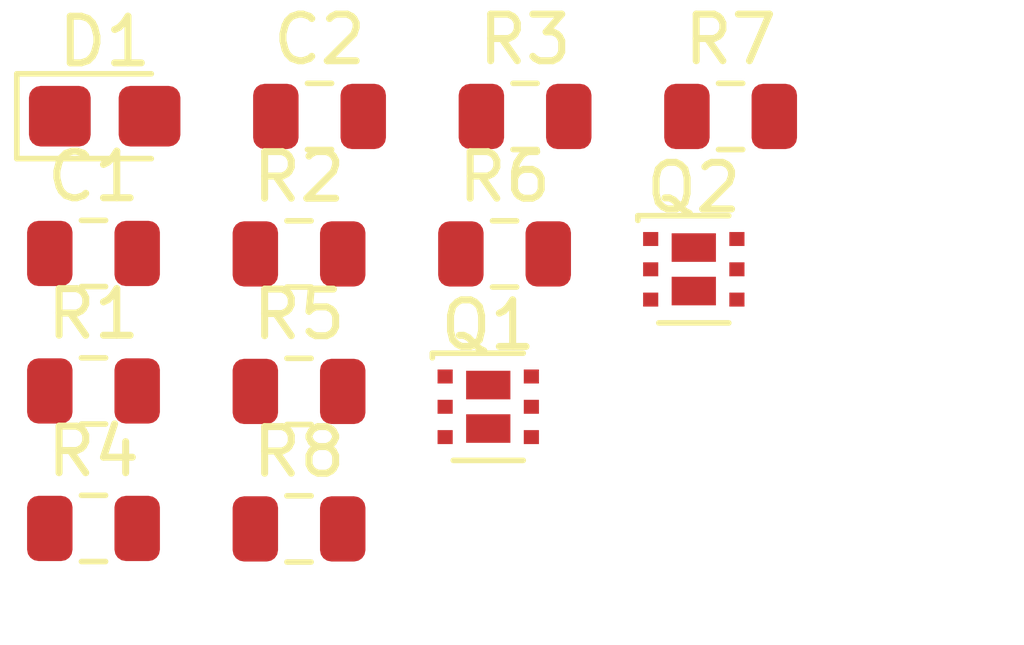
<source format=kicad_pcb>
(kicad_pcb (version 20171130) (host pcbnew "(5.1.4-0-10_14)")

  (general
    (thickness 1.6)
    (drawings 0)
    (tracks 0)
    (zones 0)
    (modules 13)
    (nets 12)
  )

  (page A4)
  (layers
    (0 F.Cu signal)
    (31 B.Cu signal)
    (32 B.Adhes user)
    (33 F.Adhes user)
    (34 B.Paste user)
    (35 F.Paste user)
    (36 B.SilkS user)
    (37 F.SilkS user)
    (38 B.Mask user)
    (39 F.Mask user)
    (40 Dwgs.User user)
    (41 Cmts.User user)
    (42 Eco1.User user)
    (43 Eco2.User user)
    (44 Edge.Cuts user)
    (45 Margin user)
    (46 B.CrtYd user)
    (47 F.CrtYd user)
    (48 B.Fab user)
    (49 F.Fab user)
  )

  (setup
    (last_trace_width 0.25)
    (trace_clearance 0.2)
    (zone_clearance 0.508)
    (zone_45_only no)
    (trace_min 0.2)
    (via_size 0.8)
    (via_drill 0.4)
    (via_min_size 0.4)
    (via_min_drill 0.3)
    (uvia_size 0.3)
    (uvia_drill 0.1)
    (uvias_allowed no)
    (uvia_min_size 0.2)
    (uvia_min_drill 0.1)
    (edge_width 0.05)
    (segment_width 0.2)
    (pcb_text_width 0.3)
    (pcb_text_size 1.5 1.5)
    (mod_edge_width 0.12)
    (mod_text_size 1 1)
    (mod_text_width 0.15)
    (pad_size 1.524 1.524)
    (pad_drill 0.762)
    (pad_to_mask_clearance 0.051)
    (solder_mask_min_width 0.25)
    (aux_axis_origin 0 0)
    (visible_elements FFFFFF7F)
    (pcbplotparams
      (layerselection 0x010fc_ffffffff)
      (usegerberextensions false)
      (usegerberattributes false)
      (usegerberadvancedattributes false)
      (creategerberjobfile false)
      (excludeedgelayer true)
      (linewidth 0.100000)
      (plotframeref false)
      (viasonmask false)
      (mode 1)
      (useauxorigin false)
      (hpglpennumber 1)
      (hpglpenspeed 20)
      (hpglpendiameter 15.000000)
      (psnegative false)
      (psa4output false)
      (plotreference true)
      (plotvalue true)
      (plotinvisibletext false)
      (padsonsilk false)
      (subtractmaskfromsilk false)
      (outputformat 1)
      (mirror false)
      (drillshape 1)
      (scaleselection 1)
      (outputdirectory ""))
  )

  (net 0 "")
  (net 1 GND)
  (net 2 "Net-(C1-Pad1)")
  (net 3 Off)
  (net 4 VCC)
  (net 5 "Net-(D1-Pad1)")
  (net 6 "Net-(Q1-Pad6)")
  (net 7 "Net-(Q1-Pad3)")
  (net 8 "Net-(Q1-Pad5)")
  (net 9 "Net-(Q2-Pad6)")
  (net 10 "Net-(Q2-Pad3)")
  (net 11 "Net-(Q2-Pad5)")

  (net_class Default "This is the default net class."
    (clearance 0.2)
    (trace_width 0.25)
    (via_dia 0.8)
    (via_drill 0.4)
    (uvia_dia 0.3)
    (uvia_drill 0.1)
    (add_net GND)
    (add_net "Net-(C1-Pad1)")
    (add_net "Net-(D1-Pad1)")
    (add_net "Net-(Q1-Pad3)")
    (add_net "Net-(Q1-Pad5)")
    (add_net "Net-(Q1-Pad6)")
    (add_net "Net-(Q2-Pad3)")
    (add_net "Net-(Q2-Pad5)")
    (add_net "Net-(Q2-Pad6)")
    (add_net Off)
    (add_net VCC)
  )

  (module Resistor_SMD:R_0805_2012Metric (layer F.Cu) (tedit 5B36C52B) (tstamp 5DD0B2CE)
    (at 78.832 86.936)
    (descr "Resistor SMD 0805 (2012 Metric), square (rectangular) end terminal, IPC_7351 nominal, (Body size source: https://docs.google.com/spreadsheets/d/1BsfQQcO9C6DZCsRaXUlFlo91Tg2WpOkGARC1WS5S8t0/edit?usp=sharing), generated with kicad-footprint-generator")
    (tags resistor)
    (path /5DD27628)
    (attr smd)
    (fp_text reference R8 (at 0 -1.65) (layer F.SilkS)
      (effects (font (size 1 1) (thickness 0.15)))
    )
    (fp_text value 100k (at 0 1.65) (layer F.Fab)
      (effects (font (size 1 1) (thickness 0.15)))
    )
    (fp_text user %R (at 0 0) (layer F.Fab)
      (effects (font (size 0.5 0.5) (thickness 0.08)))
    )
    (fp_line (start 1.68 0.95) (end -1.68 0.95) (layer F.CrtYd) (width 0.05))
    (fp_line (start 1.68 -0.95) (end 1.68 0.95) (layer F.CrtYd) (width 0.05))
    (fp_line (start -1.68 -0.95) (end 1.68 -0.95) (layer F.CrtYd) (width 0.05))
    (fp_line (start -1.68 0.95) (end -1.68 -0.95) (layer F.CrtYd) (width 0.05))
    (fp_line (start -0.258578 0.71) (end 0.258578 0.71) (layer F.SilkS) (width 0.12))
    (fp_line (start -0.258578 -0.71) (end 0.258578 -0.71) (layer F.SilkS) (width 0.12))
    (fp_line (start 1 0.6) (end -1 0.6) (layer F.Fab) (width 0.1))
    (fp_line (start 1 -0.6) (end 1 0.6) (layer F.Fab) (width 0.1))
    (fp_line (start -1 -0.6) (end 1 -0.6) (layer F.Fab) (width 0.1))
    (fp_line (start -1 0.6) (end -1 -0.6) (layer F.Fab) (width 0.1))
    (pad 2 smd roundrect (at 0.9375 0) (size 0.975 1.4) (layers F.Cu F.Paste F.Mask) (roundrect_rratio 0.25)
      (net 9 "Net-(Q2-Pad6)"))
    (pad 1 smd roundrect (at -0.9375 0) (size 0.975 1.4) (layers F.Cu F.Paste F.Mask) (roundrect_rratio 0.25)
      (net 11 "Net-(Q2-Pad5)"))
    (model ${KISYS3DMOD}/Resistor_SMD.3dshapes/R_0805_2012Metric.wrl
      (at (xyz 0 0 0))
      (scale (xyz 1 1 1))
      (rotate (xyz 0 0 0))
    )
  )

  (module Resistor_SMD:R_0805_2012Metric (layer F.Cu) (tedit 5B36C52B) (tstamp 5DD0B2BD)
    (at 88.092 78.086)
    (descr "Resistor SMD 0805 (2012 Metric), square (rectangular) end terminal, IPC_7351 nominal, (Body size source: https://docs.google.com/spreadsheets/d/1BsfQQcO9C6DZCsRaXUlFlo91Tg2WpOkGARC1WS5S8t0/edit?usp=sharing), generated with kicad-footprint-generator")
    (tags resistor)
    (path /5DD260EA)
    (attr smd)
    (fp_text reference R7 (at 0 -1.65) (layer F.SilkS)
      (effects (font (size 1 1) (thickness 0.15)))
    )
    (fp_text value 470 (at 0 1.65) (layer F.Fab)
      (effects (font (size 1 1) (thickness 0.15)))
    )
    (fp_text user %R (at 0 0) (layer F.Fab)
      (effects (font (size 0.5 0.5) (thickness 0.08)))
    )
    (fp_line (start 1.68 0.95) (end -1.68 0.95) (layer F.CrtYd) (width 0.05))
    (fp_line (start 1.68 -0.95) (end 1.68 0.95) (layer F.CrtYd) (width 0.05))
    (fp_line (start -1.68 -0.95) (end 1.68 -0.95) (layer F.CrtYd) (width 0.05))
    (fp_line (start -1.68 0.95) (end -1.68 -0.95) (layer F.CrtYd) (width 0.05))
    (fp_line (start -0.258578 0.71) (end 0.258578 0.71) (layer F.SilkS) (width 0.12))
    (fp_line (start -0.258578 -0.71) (end 0.258578 -0.71) (layer F.SilkS) (width 0.12))
    (fp_line (start 1 0.6) (end -1 0.6) (layer F.Fab) (width 0.1))
    (fp_line (start 1 -0.6) (end 1 0.6) (layer F.Fab) (width 0.1))
    (fp_line (start -1 -0.6) (end 1 -0.6) (layer F.Fab) (width 0.1))
    (fp_line (start -1 0.6) (end -1 -0.6) (layer F.Fab) (width 0.1))
    (pad 2 smd roundrect (at 0.9375 0) (size 0.975 1.4) (layers F.Cu F.Paste F.Mask) (roundrect_rratio 0.25)
      (net 9 "Net-(Q2-Pad6)"))
    (pad 1 smd roundrect (at -0.9375 0) (size 0.975 1.4) (layers F.Cu F.Paste F.Mask) (roundrect_rratio 0.25)
      (net 5 "Net-(D1-Pad1)"))
    (model ${KISYS3DMOD}/Resistor_SMD.3dshapes/R_0805_2012Metric.wrl
      (at (xyz 0 0 0))
      (scale (xyz 1 1 1))
      (rotate (xyz 0 0 0))
    )
  )

  (module Resistor_SMD:R_0805_2012Metric (layer F.Cu) (tedit 5B36C52B) (tstamp 5DD0B2AC)
    (at 83.242 81.036)
    (descr "Resistor SMD 0805 (2012 Metric), square (rectangular) end terminal, IPC_7351 nominal, (Body size source: https://docs.google.com/spreadsheets/d/1BsfQQcO9C6DZCsRaXUlFlo91Tg2WpOkGARC1WS5S8t0/edit?usp=sharing), generated with kicad-footprint-generator")
    (tags resistor)
    (path /5DD239E9)
    (attr smd)
    (fp_text reference R6 (at 0 -1.65) (layer F.SilkS)
      (effects (font (size 1 1) (thickness 0.15)))
    )
    (fp_text value 10k (at 0 1.65) (layer F.Fab)
      (effects (font (size 1 1) (thickness 0.15)))
    )
    (fp_text user %R (at 0 0) (layer F.Fab)
      (effects (font (size 0.5 0.5) (thickness 0.08)))
    )
    (fp_line (start 1.68 0.95) (end -1.68 0.95) (layer F.CrtYd) (width 0.05))
    (fp_line (start 1.68 -0.95) (end 1.68 0.95) (layer F.CrtYd) (width 0.05))
    (fp_line (start -1.68 -0.95) (end 1.68 -0.95) (layer F.CrtYd) (width 0.05))
    (fp_line (start -1.68 0.95) (end -1.68 -0.95) (layer F.CrtYd) (width 0.05))
    (fp_line (start -0.258578 0.71) (end 0.258578 0.71) (layer F.SilkS) (width 0.12))
    (fp_line (start -0.258578 -0.71) (end 0.258578 -0.71) (layer F.SilkS) (width 0.12))
    (fp_line (start 1 0.6) (end -1 0.6) (layer F.Fab) (width 0.1))
    (fp_line (start 1 -0.6) (end 1 0.6) (layer F.Fab) (width 0.1))
    (fp_line (start -1 -0.6) (end 1 -0.6) (layer F.Fab) (width 0.1))
    (fp_line (start -1 0.6) (end -1 -0.6) (layer F.Fab) (width 0.1))
    (pad 2 smd roundrect (at 0.9375 0) (size 0.975 1.4) (layers F.Cu F.Paste F.Mask) (roundrect_rratio 0.25)
      (net 9 "Net-(Q2-Pad6)"))
    (pad 1 smd roundrect (at -0.9375 0) (size 0.975 1.4) (layers F.Cu F.Paste F.Mask) (roundrect_rratio 0.25)
      (net 4 VCC))
    (model ${KISYS3DMOD}/Resistor_SMD.3dshapes/R_0805_2012Metric.wrl
      (at (xyz 0 0 0))
      (scale (xyz 1 1 1))
      (rotate (xyz 0 0 0))
    )
  )

  (module Resistor_SMD:R_0805_2012Metric (layer F.Cu) (tedit 5B36C52B) (tstamp 5DD0B29B)
    (at 78.832 83.986)
    (descr "Resistor SMD 0805 (2012 Metric), square (rectangular) end terminal, IPC_7351 nominal, (Body size source: https://docs.google.com/spreadsheets/d/1BsfQQcO9C6DZCsRaXUlFlo91Tg2WpOkGARC1WS5S8t0/edit?usp=sharing), generated with kicad-footprint-generator")
    (tags resistor)
    (path /5DD26DEE)
    (attr smd)
    (fp_text reference R5 (at 0 -1.65) (layer F.SilkS)
      (effects (font (size 1 1) (thickness 0.15)))
    )
    (fp_text value 10k (at 0 1.65) (layer F.Fab)
      (effects (font (size 1 1) (thickness 0.15)))
    )
    (fp_text user %R (at 0 0) (layer F.Fab)
      (effects (font (size 0.5 0.5) (thickness 0.08)))
    )
    (fp_line (start 1.68 0.95) (end -1.68 0.95) (layer F.CrtYd) (width 0.05))
    (fp_line (start 1.68 -0.95) (end 1.68 0.95) (layer F.CrtYd) (width 0.05))
    (fp_line (start -1.68 -0.95) (end 1.68 -0.95) (layer F.CrtYd) (width 0.05))
    (fp_line (start -1.68 0.95) (end -1.68 -0.95) (layer F.CrtYd) (width 0.05))
    (fp_line (start -0.258578 0.71) (end 0.258578 0.71) (layer F.SilkS) (width 0.12))
    (fp_line (start -0.258578 -0.71) (end 0.258578 -0.71) (layer F.SilkS) (width 0.12))
    (fp_line (start 1 0.6) (end -1 0.6) (layer F.Fab) (width 0.1))
    (fp_line (start 1 -0.6) (end 1 0.6) (layer F.Fab) (width 0.1))
    (fp_line (start -1 -0.6) (end 1 -0.6) (layer F.Fab) (width 0.1))
    (fp_line (start -1 0.6) (end -1 -0.6) (layer F.Fab) (width 0.1))
    (pad 2 smd roundrect (at 0.9375 0) (size 0.975 1.4) (layers F.Cu F.Paste F.Mask) (roundrect_rratio 0.25)
      (net 1 GND))
    (pad 1 smd roundrect (at -0.9375 0) (size 0.975 1.4) (layers F.Cu F.Paste F.Mask) (roundrect_rratio 0.25)
      (net 3 Off))
    (model ${KISYS3DMOD}/Resistor_SMD.3dshapes/R_0805_2012Metric.wrl
      (at (xyz 0 0 0))
      (scale (xyz 1 1 1))
      (rotate (xyz 0 0 0))
    )
  )

  (module Resistor_SMD:R_0805_2012Metric (layer F.Cu) (tedit 5B36C52B) (tstamp 5DD0B28A)
    (at 74.422 86.926)
    (descr "Resistor SMD 0805 (2012 Metric), square (rectangular) end terminal, IPC_7351 nominal, (Body size source: https://docs.google.com/spreadsheets/d/1BsfQQcO9C6DZCsRaXUlFlo91Tg2WpOkGARC1WS5S8t0/edit?usp=sharing), generated with kicad-footprint-generator")
    (tags resistor)
    (path /5DD2444B)
    (attr smd)
    (fp_text reference R4 (at 0 -1.65) (layer F.SilkS)
      (effects (font (size 1 1) (thickness 0.15)))
    )
    (fp_text value 10k (at 0 1.65) (layer F.Fab)
      (effects (font (size 1 1) (thickness 0.15)))
    )
    (fp_text user %R (at 0 0) (layer F.Fab)
      (effects (font (size 0.5 0.5) (thickness 0.08)))
    )
    (fp_line (start 1.68 0.95) (end -1.68 0.95) (layer F.CrtYd) (width 0.05))
    (fp_line (start 1.68 -0.95) (end 1.68 0.95) (layer F.CrtYd) (width 0.05))
    (fp_line (start -1.68 -0.95) (end 1.68 -0.95) (layer F.CrtYd) (width 0.05))
    (fp_line (start -1.68 0.95) (end -1.68 -0.95) (layer F.CrtYd) (width 0.05))
    (fp_line (start -0.258578 0.71) (end 0.258578 0.71) (layer F.SilkS) (width 0.12))
    (fp_line (start -0.258578 -0.71) (end 0.258578 -0.71) (layer F.SilkS) (width 0.12))
    (fp_line (start 1 0.6) (end -1 0.6) (layer F.Fab) (width 0.1))
    (fp_line (start 1 -0.6) (end 1 0.6) (layer F.Fab) (width 0.1))
    (fp_line (start -1 -0.6) (end 1 -0.6) (layer F.Fab) (width 0.1))
    (fp_line (start -1 0.6) (end -1 -0.6) (layer F.Fab) (width 0.1))
    (pad 2 smd roundrect (at 0.9375 0) (size 0.975 1.4) (layers F.Cu F.Paste F.Mask) (roundrect_rratio 0.25)
      (net 1 GND))
    (pad 1 smd roundrect (at -0.9375 0) (size 0.975 1.4) (layers F.Cu F.Paste F.Mask) (roundrect_rratio 0.25)
      (net 7 "Net-(Q1-Pad3)"))
    (model ${KISYS3DMOD}/Resistor_SMD.3dshapes/R_0805_2012Metric.wrl
      (at (xyz 0 0 0))
      (scale (xyz 1 1 1))
      (rotate (xyz 0 0 0))
    )
  )

  (module Resistor_SMD:R_0805_2012Metric (layer F.Cu) (tedit 5B36C52B) (tstamp 5DD0B279)
    (at 83.682 78.086)
    (descr "Resistor SMD 0805 (2012 Metric), square (rectangular) end terminal, IPC_7351 nominal, (Body size source: https://docs.google.com/spreadsheets/d/1BsfQQcO9C6DZCsRaXUlFlo91Tg2WpOkGARC1WS5S8t0/edit?usp=sharing), generated with kicad-footprint-generator")
    (tags resistor)
    (path /5DD23EB1)
    (attr smd)
    (fp_text reference R3 (at 0 -1.65) (layer F.SilkS)
      (effects (font (size 1 1) (thickness 0.15)))
    )
    (fp_text value 10k (at 0 1.65) (layer F.Fab)
      (effects (font (size 1 1) (thickness 0.15)))
    )
    (fp_text user %R (at 0 0) (layer F.Fab)
      (effects (font (size 0.5 0.5) (thickness 0.08)))
    )
    (fp_line (start 1.68 0.95) (end -1.68 0.95) (layer F.CrtYd) (width 0.05))
    (fp_line (start 1.68 -0.95) (end 1.68 0.95) (layer F.CrtYd) (width 0.05))
    (fp_line (start -1.68 -0.95) (end 1.68 -0.95) (layer F.CrtYd) (width 0.05))
    (fp_line (start -1.68 0.95) (end -1.68 -0.95) (layer F.CrtYd) (width 0.05))
    (fp_line (start -0.258578 0.71) (end 0.258578 0.71) (layer F.SilkS) (width 0.12))
    (fp_line (start -0.258578 -0.71) (end 0.258578 -0.71) (layer F.SilkS) (width 0.12))
    (fp_line (start 1 0.6) (end -1 0.6) (layer F.Fab) (width 0.1))
    (fp_line (start 1 -0.6) (end 1 0.6) (layer F.Fab) (width 0.1))
    (fp_line (start -1 -0.6) (end 1 -0.6) (layer F.Fab) (width 0.1))
    (fp_line (start -1 0.6) (end -1 -0.6) (layer F.Fab) (width 0.1))
    (pad 2 smd roundrect (at 0.9375 0) (size 0.975 1.4) (layers F.Cu F.Paste F.Mask) (roundrect_rratio 0.25)
      (net 6 "Net-(Q1-Pad6)"))
    (pad 1 smd roundrect (at -0.9375 0) (size 0.975 1.4) (layers F.Cu F.Paste F.Mask) (roundrect_rratio 0.25)
      (net 7 "Net-(Q1-Pad3)"))
    (model ${KISYS3DMOD}/Resistor_SMD.3dshapes/R_0805_2012Metric.wrl
      (at (xyz 0 0 0))
      (scale (xyz 1 1 1))
      (rotate (xyz 0 0 0))
    )
  )

  (module Resistor_SMD:R_0805_2012Metric (layer F.Cu) (tedit 5B36C52B) (tstamp 5DD0B268)
    (at 78.832 81.036)
    (descr "Resistor SMD 0805 (2012 Metric), square (rectangular) end terminal, IPC_7351 nominal, (Body size source: https://docs.google.com/spreadsheets/d/1BsfQQcO9C6DZCsRaXUlFlo91Tg2WpOkGARC1WS5S8t0/edit?usp=sharing), generated with kicad-footprint-generator")
    (tags resistor)
    (path /5DD23560)
    (attr smd)
    (fp_text reference R2 (at 0 -1.65) (layer F.SilkS)
      (effects (font (size 1 1) (thickness 0.15)))
    )
    (fp_text value 1M (at 0 1.65) (layer F.Fab)
      (effects (font (size 1 1) (thickness 0.15)))
    )
    (fp_text user %R (at 0 0) (layer F.Fab)
      (effects (font (size 0.5 0.5) (thickness 0.08)))
    )
    (fp_line (start 1.68 0.95) (end -1.68 0.95) (layer F.CrtYd) (width 0.05))
    (fp_line (start 1.68 -0.95) (end 1.68 0.95) (layer F.CrtYd) (width 0.05))
    (fp_line (start -1.68 -0.95) (end 1.68 -0.95) (layer F.CrtYd) (width 0.05))
    (fp_line (start -1.68 0.95) (end -1.68 -0.95) (layer F.CrtYd) (width 0.05))
    (fp_line (start -0.258578 0.71) (end 0.258578 0.71) (layer F.SilkS) (width 0.12))
    (fp_line (start -0.258578 -0.71) (end 0.258578 -0.71) (layer F.SilkS) (width 0.12))
    (fp_line (start 1 0.6) (end -1 0.6) (layer F.Fab) (width 0.1))
    (fp_line (start 1 -0.6) (end 1 0.6) (layer F.Fab) (width 0.1))
    (fp_line (start -1 -0.6) (end 1 -0.6) (layer F.Fab) (width 0.1))
    (fp_line (start -1 0.6) (end -1 -0.6) (layer F.Fab) (width 0.1))
    (pad 2 smd roundrect (at 0.9375 0) (size 0.975 1.4) (layers F.Cu F.Paste F.Mask) (roundrect_rratio 0.25)
      (net 2 "Net-(C1-Pad1)"))
    (pad 1 smd roundrect (at -0.9375 0) (size 0.975 1.4) (layers F.Cu F.Paste F.Mask) (roundrect_rratio 0.25)
      (net 9 "Net-(Q2-Pad6)"))
    (model ${KISYS3DMOD}/Resistor_SMD.3dshapes/R_0805_2012Metric.wrl
      (at (xyz 0 0 0))
      (scale (xyz 1 1 1))
      (rotate (xyz 0 0 0))
    )
  )

  (module Resistor_SMD:R_0805_2012Metric (layer F.Cu) (tedit 5B36C52B) (tstamp 5DD0B257)
    (at 74.422 83.976)
    (descr "Resistor SMD 0805 (2012 Metric), square (rectangular) end terminal, IPC_7351 nominal, (Body size source: https://docs.google.com/spreadsheets/d/1BsfQQcO9C6DZCsRaXUlFlo91Tg2WpOkGARC1WS5S8t0/edit?usp=sharing), generated with kicad-footprint-generator")
    (tags resistor)
    (path /5DD0566E)
    (attr smd)
    (fp_text reference R1 (at 0 -1.65) (layer F.SilkS)
      (effects (font (size 1 1) (thickness 0.15)))
    )
    (fp_text value 100k (at 0 1.65) (layer F.Fab)
      (effects (font (size 1 1) (thickness 0.15)))
    )
    (fp_text user %R (at 0 0) (layer F.Fab)
      (effects (font (size 0.5 0.5) (thickness 0.08)))
    )
    (fp_line (start 1.68 0.95) (end -1.68 0.95) (layer F.CrtYd) (width 0.05))
    (fp_line (start 1.68 -0.95) (end 1.68 0.95) (layer F.CrtYd) (width 0.05))
    (fp_line (start -1.68 -0.95) (end 1.68 -0.95) (layer F.CrtYd) (width 0.05))
    (fp_line (start -1.68 0.95) (end -1.68 -0.95) (layer F.CrtYd) (width 0.05))
    (fp_line (start -0.258578 0.71) (end 0.258578 0.71) (layer F.SilkS) (width 0.12))
    (fp_line (start -0.258578 -0.71) (end 0.258578 -0.71) (layer F.SilkS) (width 0.12))
    (fp_line (start 1 0.6) (end -1 0.6) (layer F.Fab) (width 0.1))
    (fp_line (start 1 -0.6) (end 1 0.6) (layer F.Fab) (width 0.1))
    (fp_line (start -1 -0.6) (end 1 -0.6) (layer F.Fab) (width 0.1))
    (fp_line (start -1 0.6) (end -1 -0.6) (layer F.Fab) (width 0.1))
    (pad 2 smd roundrect (at 0.9375 0) (size 0.975 1.4) (layers F.Cu F.Paste F.Mask) (roundrect_rratio 0.25)
      (net 9 "Net-(Q2-Pad6)"))
    (pad 1 smd roundrect (at -0.9375 0) (size 0.975 1.4) (layers F.Cu F.Paste F.Mask) (roundrect_rratio 0.25)
      (net 8 "Net-(Q1-Pad5)"))
    (model ${KISYS3DMOD}/Resistor_SMD.3dshapes/R_0805_2012Metric.wrl
      (at (xyz 0 0 0))
      (scale (xyz 1 1 1))
      (rotate (xyz 0 0 0))
    )
  )

  (module barn53-kicad:PowerPAK_SC70-6L_Dual (layer F.Cu) (tedit 5DCD11F0) (tstamp 5DD0B246)
    (at 87.302 81.366)
    (descr "Vishay PowerPAK SC70 dual transistor package http://www.vishay.com/docs/70487/70487.pdf")
    (tags "powerpak sc70 sc-70 dual")
    (path /5DD2081B)
    (attr smd)
    (fp_text reference Q2 (at 0 -1.75) (layer F.SilkS)
      (effects (font (size 1 1) (thickness 0.15)))
    )
    (fp_text value SIA527DJ-T1-GE3 (at 0 2) (layer F.Fab)
      (effects (font (size 1 1) (thickness 0.15)))
    )
    (fp_line (start -1.33 -1.28) (end 1.33 -1.28) (layer F.CrtYd) (width 0.05))
    (fp_line (start -1.33 1.28) (end -1.33 -1.28) (layer F.CrtYd) (width 0.05))
    (fp_line (start 1.33 1.28) (end -1.33 1.28) (layer F.CrtYd) (width 0.05))
    (fp_line (start 1.33 -1.28) (end 1.33 1.28) (layer F.CrtYd) (width 0.05))
    (fp_line (start 0.75 1.15) (end -0.75 1.15) (layer F.SilkS) (width 0.12))
    (fp_line (start -1.2 -1.15) (end -1.2 -1.05) (layer F.SilkS) (width 0.12))
    (fp_line (start -1.2 -1.15) (end 0.75 -1.15) (layer F.SilkS) (width 0.12))
    (fp_text user %R (at 0 0) (layer F.Fab)
      (effects (font (size 0.4 0.4) (thickness 0.1)))
    )
    (fp_line (start -0.5 -1.025) (end 1.025 -1.025) (layer F.Fab) (width 0.1))
    (fp_line (start -1.025 -0.5) (end -0.5 -1.025) (layer F.Fab) (width 0.1))
    (fp_line (start -1.025 1.025) (end -1.025 -0.5) (layer F.Fab) (width 0.1))
    (fp_line (start 1.025 1.025) (end -1.025 1.025) (layer F.Fab) (width 0.1))
    (fp_line (start 1.025 -1.025) (end 1.025 1.025) (layer F.Fab) (width 0.1))
    (pad 6 smd rect (at 0 -0.4665) (size 0.95 0.613) (layers F.Cu F.Paste F.Mask)
      (net 9 "Net-(Q2-Pad6)"))
    (pad 3 smd rect (at 0 0.4665) (size 0.95 0.613) (layers F.Cu F.Paste F.Mask)
      (net 10 "Net-(Q2-Pad3)"))
    (pad 6 smd rect (at 0.925 -0.65) (size 0.325 0.3) (layers F.Cu F.Paste F.Mask)
      (net 9 "Net-(Q2-Pad6)"))
    (pad 4 smd rect (at 0.925 0.65) (size 0.325 0.3) (layers F.Cu F.Paste F.Mask)
      (net 4 VCC))
    (pad 5 smd rect (at 0.925 0) (size 0.325 0.3) (layers F.Cu F.Paste F.Mask)
      (net 11 "Net-(Q2-Pad5)"))
    (pad 3 smd rect (at -0.925 0.65) (size 0.325 0.3) (layers F.Cu F.Paste F.Mask)
      (net 10 "Net-(Q2-Pad3)"))
    (pad 2 smd rect (at -0.925 0) (size 0.325 0.3) (layers F.Cu F.Paste F.Mask)
      (net 6 "Net-(Q1-Pad6)"))
    (pad 1 smd rect (at -0.925 -0.65) (size 0.325 0.3) (layers F.Cu F.Paste F.Mask)
      (net 1 GND))
    (model "${BARN53_KICAD_DIR}/3dmodels/PowerPAK SC70-6L.step"
      (offset (xyz 1 1 0.005))
      (scale (xyz 1 1 1))
      (rotate (xyz 0 0 90))
    )
  )

  (module barn53-kicad:PowerPAK_SC70-6L_Dual (layer F.Cu) (tedit 5DCD11F0) (tstamp 5DD0B22D)
    (at 82.892 84.316)
    (descr "Vishay PowerPAK SC70 dual transistor package http://www.vishay.com/docs/70487/70487.pdf")
    (tags "powerpak sc70 sc-70 dual")
    (path /5DD08099)
    (attr smd)
    (fp_text reference Q1 (at 0 -1.75) (layer F.SilkS)
      (effects (font (size 1 1) (thickness 0.15)))
    )
    (fp_text value SIA527DJ-T1-GE3 (at 0 2) (layer F.Fab)
      (effects (font (size 1 1) (thickness 0.15)))
    )
    (fp_line (start -1.33 -1.28) (end 1.33 -1.28) (layer F.CrtYd) (width 0.05))
    (fp_line (start -1.33 1.28) (end -1.33 -1.28) (layer F.CrtYd) (width 0.05))
    (fp_line (start 1.33 1.28) (end -1.33 1.28) (layer F.CrtYd) (width 0.05))
    (fp_line (start 1.33 -1.28) (end 1.33 1.28) (layer F.CrtYd) (width 0.05))
    (fp_line (start 0.75 1.15) (end -0.75 1.15) (layer F.SilkS) (width 0.12))
    (fp_line (start -1.2 -1.15) (end -1.2 -1.05) (layer F.SilkS) (width 0.12))
    (fp_line (start -1.2 -1.15) (end 0.75 -1.15) (layer F.SilkS) (width 0.12))
    (fp_text user %R (at 0 0) (layer F.Fab)
      (effects (font (size 0.4 0.4) (thickness 0.1)))
    )
    (fp_line (start -0.5 -1.025) (end 1.025 -1.025) (layer F.Fab) (width 0.1))
    (fp_line (start -1.025 -0.5) (end -0.5 -1.025) (layer F.Fab) (width 0.1))
    (fp_line (start -1.025 1.025) (end -1.025 -0.5) (layer F.Fab) (width 0.1))
    (fp_line (start 1.025 1.025) (end -1.025 1.025) (layer F.Fab) (width 0.1))
    (fp_line (start 1.025 -1.025) (end 1.025 1.025) (layer F.Fab) (width 0.1))
    (pad 6 smd rect (at 0 -0.4665) (size 0.95 0.613) (layers F.Cu F.Paste F.Mask)
      (net 6 "Net-(Q1-Pad6)"))
    (pad 3 smd rect (at 0 0.4665) (size 0.95 0.613) (layers F.Cu F.Paste F.Mask)
      (net 7 "Net-(Q1-Pad3)"))
    (pad 6 smd rect (at 0.925 -0.65) (size 0.325 0.3) (layers F.Cu F.Paste F.Mask)
      (net 6 "Net-(Q1-Pad6)"))
    (pad 4 smd rect (at 0.925 0.65) (size 0.325 0.3) (layers F.Cu F.Paste F.Mask)
      (net 4 VCC))
    (pad 5 smd rect (at 0.925 0) (size 0.325 0.3) (layers F.Cu F.Paste F.Mask)
      (net 8 "Net-(Q1-Pad5)"))
    (pad 3 smd rect (at -0.925 0.65) (size 0.325 0.3) (layers F.Cu F.Paste F.Mask)
      (net 7 "Net-(Q1-Pad3)"))
    (pad 2 smd rect (at -0.925 0) (size 0.325 0.3) (layers F.Cu F.Paste F.Mask)
      (net 3 Off))
    (pad 1 smd rect (at -0.925 -0.65) (size 0.325 0.3) (layers F.Cu F.Paste F.Mask)
      (net 1 GND))
    (model "${BARN53_KICAD_DIR}/3dmodels/PowerPAK SC70-6L.step"
      (offset (xyz 1 1 0.005))
      (scale (xyz 1 1 1))
      (rotate (xyz 0 0 90))
    )
  )

  (module LED_SMD:LED_0805_2012Metric_Castellated (layer F.Cu) (tedit 5B36C52C) (tstamp 5DD0B214)
    (at 74.662 78.081)
    (descr "LED SMD 0805 (2012 Metric), castellated end terminal, IPC_7351 nominal, (Body size source: https://docs.google.com/spreadsheets/d/1BsfQQcO9C6DZCsRaXUlFlo91Tg2WpOkGARC1WS5S8t0/edit?usp=sharing), generated with kicad-footprint-generator")
    (tags "LED castellated")
    (path /5DD06BD8)
    (attr smd)
    (fp_text reference D1 (at 0 -1.6) (layer F.SilkS)
      (effects (font (size 1 1) (thickness 0.15)))
    )
    (fp_text value LED (at 0 1.6) (layer F.Fab)
      (effects (font (size 1 1) (thickness 0.15)))
    )
    (fp_text user %R (at 0 0) (layer F.Fab)
      (effects (font (size 0.5 0.5) (thickness 0.08)))
    )
    (fp_line (start 1.88 0.9) (end -1.88 0.9) (layer F.CrtYd) (width 0.05))
    (fp_line (start 1.88 -0.9) (end 1.88 0.9) (layer F.CrtYd) (width 0.05))
    (fp_line (start -1.88 -0.9) (end 1.88 -0.9) (layer F.CrtYd) (width 0.05))
    (fp_line (start -1.88 0.9) (end -1.88 -0.9) (layer F.CrtYd) (width 0.05))
    (fp_line (start -1.885 0.91) (end 1 0.91) (layer F.SilkS) (width 0.12))
    (fp_line (start -1.885 -0.91) (end -1.885 0.91) (layer F.SilkS) (width 0.12))
    (fp_line (start 1 -0.91) (end -1.885 -0.91) (layer F.SilkS) (width 0.12))
    (fp_line (start 1 0.6) (end 1 -0.6) (layer F.Fab) (width 0.1))
    (fp_line (start -1 0.6) (end 1 0.6) (layer F.Fab) (width 0.1))
    (fp_line (start -1 -0.3) (end -1 0.6) (layer F.Fab) (width 0.1))
    (fp_line (start -0.7 -0.6) (end -1 -0.3) (layer F.Fab) (width 0.1))
    (fp_line (start 1 -0.6) (end -0.7 -0.6) (layer F.Fab) (width 0.1))
    (pad 2 smd roundrect (at 0.9625 0) (size 1.325 1.3) (layers F.Cu F.Paste F.Mask) (roundrect_rratio 0.192308)
      (net 4 VCC))
    (pad 1 smd roundrect (at -0.9625 0) (size 1.325 1.3) (layers F.Cu F.Paste F.Mask) (roundrect_rratio 0.192308)
      (net 5 "Net-(D1-Pad1)"))
    (model ${KISYS3DMOD}/LED_SMD.3dshapes/LED_0805_2012Metric_Castellated.wrl
      (at (xyz 0 0 0))
      (scale (xyz 1 1 1))
      (rotate (xyz 0 0 0))
    )
  )

  (module Capacitor_SMD:C_0805_2012Metric (layer F.Cu) (tedit 5B36C52B) (tstamp 5DD0B201)
    (at 79.272 78.086)
    (descr "Capacitor SMD 0805 (2012 Metric), square (rectangular) end terminal, IPC_7351 nominal, (Body size source: https://docs.google.com/spreadsheets/d/1BsfQQcO9C6DZCsRaXUlFlo91Tg2WpOkGARC1WS5S8t0/edit?usp=sharing), generated with kicad-footprint-generator")
    (tags capacitor)
    (path /5DD9404D)
    (attr smd)
    (fp_text reference C2 (at 0 -1.65) (layer F.SilkS)
      (effects (font (size 1 1) (thickness 0.15)))
    )
    (fp_text value 100n (at 0 1.65) (layer F.Fab)
      (effects (font (size 1 1) (thickness 0.15)))
    )
    (fp_text user %R (at 0 0) (layer F.Fab)
      (effects (font (size 0.5 0.5) (thickness 0.08)))
    )
    (fp_line (start 1.68 0.95) (end -1.68 0.95) (layer F.CrtYd) (width 0.05))
    (fp_line (start 1.68 -0.95) (end 1.68 0.95) (layer F.CrtYd) (width 0.05))
    (fp_line (start -1.68 -0.95) (end 1.68 -0.95) (layer F.CrtYd) (width 0.05))
    (fp_line (start -1.68 0.95) (end -1.68 -0.95) (layer F.CrtYd) (width 0.05))
    (fp_line (start -0.258578 0.71) (end 0.258578 0.71) (layer F.SilkS) (width 0.12))
    (fp_line (start -0.258578 -0.71) (end 0.258578 -0.71) (layer F.SilkS) (width 0.12))
    (fp_line (start 1 0.6) (end -1 0.6) (layer F.Fab) (width 0.1))
    (fp_line (start 1 -0.6) (end 1 0.6) (layer F.Fab) (width 0.1))
    (fp_line (start -1 -0.6) (end 1 -0.6) (layer F.Fab) (width 0.1))
    (fp_line (start -1 0.6) (end -1 -0.6) (layer F.Fab) (width 0.1))
    (pad 2 smd roundrect (at 0.9375 0) (size 0.975 1.4) (layers F.Cu F.Paste F.Mask) (roundrect_rratio 0.25)
      (net 1 GND))
    (pad 1 smd roundrect (at -0.9375 0) (size 0.975 1.4) (layers F.Cu F.Paste F.Mask) (roundrect_rratio 0.25)
      (net 3 Off))
    (model ${KISYS3DMOD}/Capacitor_SMD.3dshapes/C_0805_2012Metric.wrl
      (at (xyz 0 0 0))
      (scale (xyz 1 1 1))
      (rotate (xyz 0 0 0))
    )
  )

  (module Capacitor_SMD:C_0805_2012Metric (layer F.Cu) (tedit 5B36C52B) (tstamp 5DD0B1F0)
    (at 74.422 81.026)
    (descr "Capacitor SMD 0805 (2012 Metric), square (rectangular) end terminal, IPC_7351 nominal, (Body size source: https://docs.google.com/spreadsheets/d/1BsfQQcO9C6DZCsRaXUlFlo91Tg2WpOkGARC1WS5S8t0/edit?usp=sharing), generated with kicad-footprint-generator")
    (tags capacitor)
    (path /5DD06287)
    (attr smd)
    (fp_text reference C1 (at 0 -1.65) (layer F.SilkS)
      (effects (font (size 1 1) (thickness 0.15)))
    )
    (fp_text value 330n (at 0 1.65) (layer F.Fab)
      (effects (font (size 1 1) (thickness 0.15)))
    )
    (fp_text user %R (at 0 0) (layer F.Fab)
      (effects (font (size 0.5 0.5) (thickness 0.08)))
    )
    (fp_line (start 1.68 0.95) (end -1.68 0.95) (layer F.CrtYd) (width 0.05))
    (fp_line (start 1.68 -0.95) (end 1.68 0.95) (layer F.CrtYd) (width 0.05))
    (fp_line (start -1.68 -0.95) (end 1.68 -0.95) (layer F.CrtYd) (width 0.05))
    (fp_line (start -1.68 0.95) (end -1.68 -0.95) (layer F.CrtYd) (width 0.05))
    (fp_line (start -0.258578 0.71) (end 0.258578 0.71) (layer F.SilkS) (width 0.12))
    (fp_line (start -0.258578 -0.71) (end 0.258578 -0.71) (layer F.SilkS) (width 0.12))
    (fp_line (start 1 0.6) (end -1 0.6) (layer F.Fab) (width 0.1))
    (fp_line (start 1 -0.6) (end 1 0.6) (layer F.Fab) (width 0.1))
    (fp_line (start -1 -0.6) (end 1 -0.6) (layer F.Fab) (width 0.1))
    (fp_line (start -1 0.6) (end -1 -0.6) (layer F.Fab) (width 0.1))
    (pad 2 smd roundrect (at 0.9375 0) (size 0.975 1.4) (layers F.Cu F.Paste F.Mask) (roundrect_rratio 0.25)
      (net 1 GND))
    (pad 1 smd roundrect (at -0.9375 0) (size 0.975 1.4) (layers F.Cu F.Paste F.Mask) (roundrect_rratio 0.25)
      (net 2 "Net-(C1-Pad1)"))
    (model ${KISYS3DMOD}/Capacitor_SMD.3dshapes/C_0805_2012Metric.wrl
      (at (xyz 0 0 0))
      (scale (xyz 1 1 1))
      (rotate (xyz 0 0 0))
    )
  )

)

</source>
